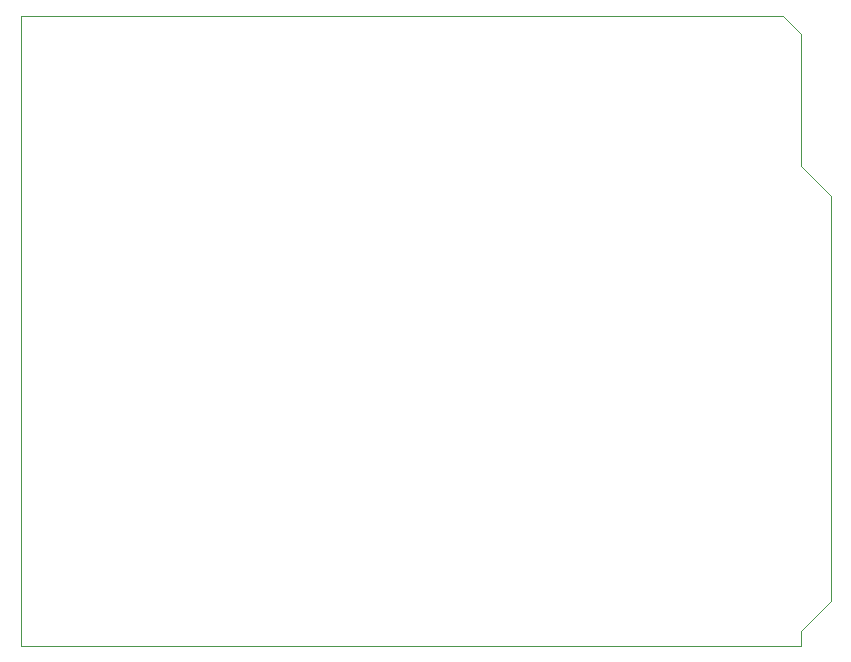
<source format=gbr>
%TF.GenerationSoftware,KiCad,Pcbnew,(5.1.5)-3*%
%TF.CreationDate,2020-05-16T01:35:25+02:00*%
%TF.ProjectId,DopplerShiftRadarModule,446f7070-6c65-4725-9368-696674526164,v1.1*%
%TF.SameCoordinates,Original*%
%TF.FileFunction,Profile,NP*%
%FSLAX46Y46*%
G04 Gerber Fmt 4.6, Leading zero omitted, Abs format (unit mm)*
G04 Created by KiCad (PCBNEW (5.1.5)-3) date 2020-05-16 01:35:25*
%MOMM*%
%LPD*%
G04 APERTURE LIST*
%ADD10C,0.050000*%
G04 APERTURE END LIST*
D10*
X150876000Y-94996000D02*
X150876000Y-128524000D01*
X148336000Y-92456000D02*
X150876000Y-94996000D01*
X148336000Y-81280000D02*
X148336000Y-92456000D01*
X146812000Y-79756000D02*
X148336000Y-81280000D01*
X82296000Y-79756000D02*
X146812000Y-79756000D01*
X82296000Y-133096000D02*
X82296000Y-79756000D01*
X148336000Y-133096000D02*
X82296000Y-133096000D01*
X148336000Y-131826000D02*
X148336000Y-133096000D01*
X150876000Y-129286000D02*
X148336000Y-131826000D01*
X150876000Y-128524000D02*
X150876000Y-129286000D01*
M02*

</source>
